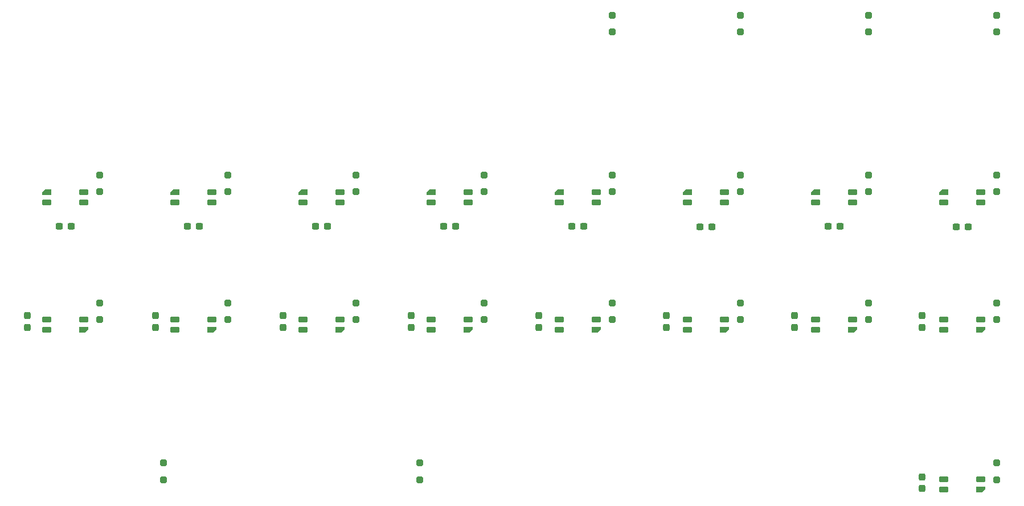
<source format=gbr>
%TF.GenerationSoftware,KiCad,Pcbnew,8.0.8*%
%TF.CreationDate,2025-02-25T14:58:14+00:00*%
%TF.ProjectId,16-steps,31362d73-7465-4707-932e-6b696361645f,rev?*%
%TF.SameCoordinates,Original*%
%TF.FileFunction,Paste,Bot*%
%TF.FilePolarity,Positive*%
%FSLAX46Y46*%
G04 Gerber Fmt 4.6, Leading zero omitted, Abs format (unit mm)*
G04 Created by KiCad (PCBNEW 8.0.8) date 2025-02-25 14:58:14*
%MOMM*%
%LPD*%
G01*
G04 APERTURE LIST*
G04 Aperture macros list*
%AMRoundRect*
0 Rectangle with rounded corners*
0 $1 Rounding radius*
0 $2 $3 $4 $5 $6 $7 $8 $9 X,Y pos of 4 corners*
0 Add a 4 corners polygon primitive as box body*
4,1,4,$2,$3,$4,$5,$6,$7,$8,$9,$2,$3,0*
0 Add four circle primitives for the rounded corners*
1,1,$1+$1,$2,$3*
1,1,$1+$1,$4,$5*
1,1,$1+$1,$6,$7*
1,1,$1+$1,$8,$9*
0 Add four rect primitives between the rounded corners*
20,1,$1+$1,$2,$3,$4,$5,0*
20,1,$1+$1,$4,$5,$6,$7,0*
20,1,$1+$1,$6,$7,$8,$9,0*
20,1,$1+$1,$8,$9,$2,$3,0*%
%AMFreePoly0*
4,1,18,-0.410000,0.593000,-0.403758,0.624380,-0.385983,0.650983,-0.359380,0.668758,-0.328000,0.675000,0.328000,0.675000,0.359380,0.668758,0.385983,0.650983,0.403758,0.624380,0.410000,0.593000,0.410000,-0.593000,0.403758,-0.624380,0.385983,-0.650983,0.359380,-0.668758,0.328000,-0.675000,0.000000,-0.675000,-0.410000,-0.265000,-0.410000,0.593000,-0.410000,0.593000,$1*%
G04 Aperture macros list end*
%ADD10FreePoly0,270.000000*%
%ADD11RoundRect,0.082000X-0.593000X0.328000X-0.593000X-0.328000X0.593000X-0.328000X0.593000X0.328000X0*%
%ADD12RoundRect,0.250000X0.250000X-0.250000X0.250000X0.250000X-0.250000X0.250000X-0.250000X-0.250000X0*%
%ADD13RoundRect,0.237500X-0.300000X-0.237500X0.300000X-0.237500X0.300000X0.237500X-0.300000X0.237500X0*%
%ADD14RoundRect,0.237500X0.237500X-0.300000X0.237500X0.300000X-0.237500X0.300000X-0.237500X-0.300000X0*%
%ADD15FreePoly0,90.000000*%
%ADD16RoundRect,0.082000X0.593000X-0.328000X0.593000X0.328000X-0.593000X0.328000X-0.593000X-0.328000X0*%
G04 APERTURE END LIST*
D10*
%TO.C,U13*%
X92525000Y-66242500D03*
D11*
X92525000Y-67742500D03*
X97975000Y-67742500D03*
X97975000Y-66242500D03*
%TD*%
D12*
%TO.C,D2*%
X138430000Y-42380000D03*
X138430000Y-39880000D03*
%TD*%
%TO.C,D9*%
X119380000Y-66192500D03*
X119380000Y-63692500D03*
%TD*%
D13*
%TO.C,C12*%
X75337500Y-71337500D03*
X77062500Y-71337500D03*
%TD*%
D10*
%TO.C,U17*%
X168725000Y-66242500D03*
D11*
X168725000Y-67742500D03*
X174175000Y-67742500D03*
X174175000Y-66242500D03*
%TD*%
D10*
%TO.C,U16*%
X149675000Y-66242500D03*
D11*
X149675000Y-67742500D03*
X155125000Y-67742500D03*
X155125000Y-66242500D03*
%TD*%
D12*
%TO.C,D10*%
X138430000Y-66192500D03*
X138430000Y-63692500D03*
%TD*%
%TO.C,D12*%
X176530000Y-66192500D03*
X176530000Y-63692500D03*
%TD*%
D14*
%TO.C,C3*%
X146500000Y-86362500D03*
X146500000Y-84637500D03*
%TD*%
D13*
%TO.C,C10*%
X37237500Y-71337500D03*
X38962500Y-71337500D03*
%TD*%
D15*
%TO.C,U1*%
X174175000Y-110505000D03*
D16*
X174175000Y-109005000D03*
X168725000Y-109005000D03*
X168725000Y-110505000D03*
%TD*%
D12*
%TO.C,D16*%
X100330000Y-85242500D03*
X100330000Y-82742500D03*
%TD*%
D14*
%TO.C,C2*%
X165500000Y-86362500D03*
X165500000Y-84637500D03*
%TD*%
D15*
%TO.C,U8*%
X59875000Y-86692500D03*
D16*
X59875000Y-85192500D03*
X54425000Y-85192500D03*
X54425000Y-86692500D03*
%TD*%
D12*
%TO.C,D22*%
X90805000Y-109055000D03*
X90805000Y-106555000D03*
%TD*%
%TO.C,D7*%
X81280000Y-66192500D03*
X81280000Y-63692500D03*
%TD*%
D13*
%TO.C,C15*%
X132487500Y-71437500D03*
X134212500Y-71437500D03*
%TD*%
D14*
%TO.C,C8*%
X51500000Y-86362500D03*
X51500000Y-84637500D03*
%TD*%
D12*
%TO.C,D1*%
X119380000Y-42380000D03*
X119380000Y-39880000D03*
%TD*%
D13*
%TO.C,C17*%
X170587500Y-71437500D03*
X172312500Y-71437500D03*
%TD*%
%TO.C,C13*%
X94387500Y-71337500D03*
X96112500Y-71337500D03*
%TD*%
D14*
%TO.C,C9*%
X32500000Y-86362500D03*
X32500000Y-84637500D03*
%TD*%
D12*
%TO.C,D21*%
X52705000Y-109055000D03*
X52705000Y-106555000D03*
%TD*%
D10*
%TO.C,U10*%
X35375000Y-66242500D03*
D11*
X35375000Y-67742500D03*
X40825000Y-67742500D03*
X40825000Y-66242500D03*
%TD*%
D13*
%TO.C,C11*%
X56287500Y-71337500D03*
X58012500Y-71337500D03*
%TD*%
D14*
%TO.C,C1*%
X165500000Y-110362500D03*
X165500000Y-108637500D03*
%TD*%
D15*
%TO.C,U5*%
X117025000Y-86692500D03*
D16*
X117025000Y-85192500D03*
X111575000Y-85192500D03*
X111575000Y-86692500D03*
%TD*%
D12*
%TO.C,D6*%
X62230000Y-66192500D03*
X62230000Y-63692500D03*
%TD*%
D14*
%TO.C,C7*%
X70500000Y-86362500D03*
X70500000Y-84637500D03*
%TD*%
D15*
%TO.C,U2*%
X174175000Y-86692500D03*
D16*
X174175000Y-85192500D03*
X168725000Y-85192500D03*
X168725000Y-86692500D03*
%TD*%
D13*
%TO.C,C16*%
X151537500Y-71337500D03*
X153262500Y-71337500D03*
%TD*%
D15*
%TO.C,U4*%
X136075000Y-86692500D03*
D16*
X136075000Y-85192500D03*
X130625000Y-85192500D03*
X130625000Y-86692500D03*
%TD*%
D15*
%TO.C,U6*%
X97975000Y-86692500D03*
D16*
X97975000Y-85192500D03*
X92525000Y-85192500D03*
X92525000Y-86692500D03*
%TD*%
D12*
%TO.C,D19*%
X157480000Y-85242500D03*
X157480000Y-82742500D03*
%TD*%
%TO.C,D17*%
X119380000Y-85242500D03*
X119380000Y-82742500D03*
%TD*%
%TO.C,D4*%
X176530000Y-42380000D03*
X176530000Y-39880000D03*
%TD*%
%TO.C,D20*%
X176530000Y-85242500D03*
X176530000Y-82742500D03*
%TD*%
D10*
%TO.C,U14*%
X111575000Y-66242500D03*
D11*
X111575000Y-67742500D03*
X117025000Y-67742500D03*
X117025000Y-66242500D03*
%TD*%
D12*
%TO.C,D13*%
X43180000Y-85242500D03*
X43180000Y-82742500D03*
%TD*%
D14*
%TO.C,C6*%
X89500000Y-86362500D03*
X89500000Y-84637500D03*
%TD*%
D15*
%TO.C,U3*%
X155125000Y-86692500D03*
D16*
X155125000Y-85192500D03*
X149675000Y-85192500D03*
X149675000Y-86692500D03*
%TD*%
D14*
%TO.C,C4*%
X127500000Y-86362500D03*
X127500000Y-84637500D03*
%TD*%
D10*
%TO.C,U12*%
X73475000Y-66242500D03*
D11*
X73475000Y-67742500D03*
X78925000Y-67742500D03*
X78925000Y-66242500D03*
%TD*%
D12*
%TO.C,D15*%
X81280000Y-85242500D03*
X81280000Y-82742500D03*
%TD*%
%TO.C,D11*%
X157480000Y-66192500D03*
X157480000Y-63692500D03*
%TD*%
%TO.C,D3*%
X157480000Y-42380000D03*
X157480000Y-39880000D03*
%TD*%
D14*
%TO.C,C5*%
X108500000Y-86362500D03*
X108500000Y-84637500D03*
%TD*%
D10*
%TO.C,U11*%
X54425000Y-66242500D03*
D11*
X54425000Y-67742500D03*
X59875000Y-67742500D03*
X59875000Y-66242500D03*
%TD*%
D10*
%TO.C,U15*%
X130625000Y-66242500D03*
D11*
X130625000Y-67742500D03*
X136075000Y-67742500D03*
X136075000Y-66242500D03*
%TD*%
D12*
%TO.C,D14*%
X62230000Y-85242500D03*
X62230000Y-82742500D03*
%TD*%
%TO.C,D5*%
X43180000Y-66192500D03*
X43180000Y-63692500D03*
%TD*%
%TO.C,D8*%
X100330000Y-66192500D03*
X100330000Y-63692500D03*
%TD*%
%TO.C,D18*%
X138430000Y-85242500D03*
X138430000Y-82742500D03*
%TD*%
%TO.C,D23*%
X176530000Y-109055000D03*
X176530000Y-106555000D03*
%TD*%
D13*
%TO.C,C14*%
X113437500Y-71337500D03*
X115162500Y-71337500D03*
%TD*%
D15*
%TO.C,U9*%
X40825000Y-86692500D03*
D16*
X40825000Y-85192500D03*
X35375000Y-85192500D03*
X35375000Y-86692500D03*
%TD*%
D15*
%TO.C,U7*%
X78925000Y-86692500D03*
D16*
X78925000Y-85192500D03*
X73475000Y-85192500D03*
X73475000Y-86692500D03*
%TD*%
M02*

</source>
